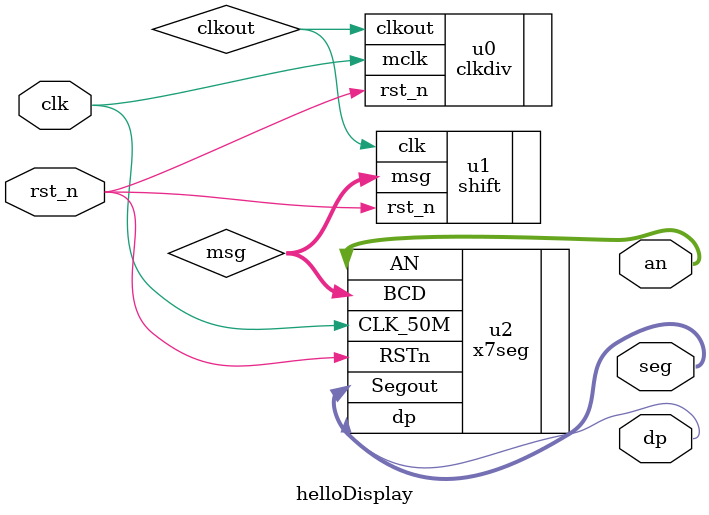
<source format=v>
`timescale 1ns / 1ps
module helloDisplay(clk,rst_n,an,seg,dp);
input clk,rst_n;
output wire [7:0] an;
output wire [6:0] seg;
output wire dp;
wire clkout;
wire [31:0] msg;

clkdiv u0 (.mclk(clk),
           .rst_n(rst_n),
           .clkout(clkout));
shift u1 (.clk(clkout),
          .rst_n(rst_n),
          .msg(msg));
x7seg u2 (.CLK_50M(clk), 
          .RSTn(rst_n), 
          .BCD(msg), 
          .Segout(seg),
          .dp(dp),
          .AN(an));

endmodule

</source>
